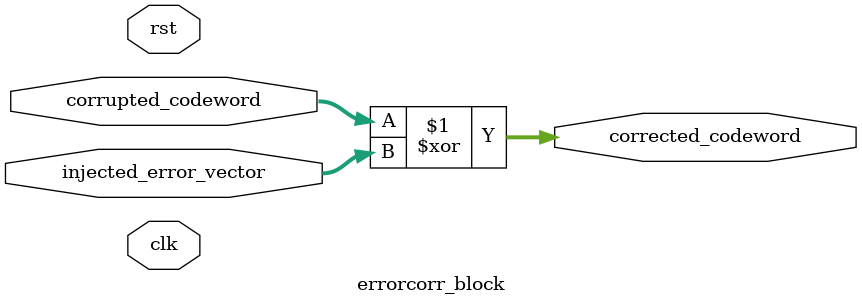
<source format=v>
`timescale 1ns / 1ps

module errorcorr_block (
    input wire clk,
    input wire rst,
    input wire [14:0] corrupted_codeword,
    input wire [14:0] injected_error_vector,
    output wire [14:0] corrected_codeword
);
assign corrected_codeword = corrupted_codeword ^ injected_error_vector;
endmodule

</source>
